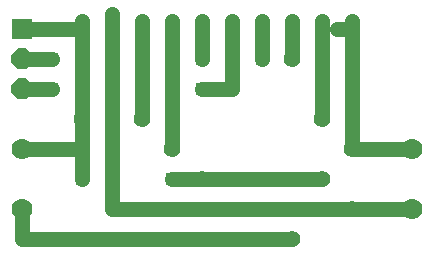
<source format=gbl>
G75*
%MOIN*%
%OFA0B0*%
%FSLAX25Y25*%
%IPPOS*%
%LPD*%
%AMOC8*
5,1,8,0,0,1.08239X$1,22.5*
%
%ADD10C,0.05543*%
%ADD11R,0.04756X0.04756*%
%ADD12C,0.05150*%
%ADD13OC8,0.07000*%
%ADD14R,0.07000X0.07000*%
%ADD15C,0.07000*%
%ADD16C,0.05000*%
%ADD17R,0.03962X0.03962*%
D10*
X0043200Y0044208D03*
X0043200Y0054208D03*
X0063200Y0054208D03*
X0073200Y0044208D03*
X0083200Y0034208D03*
X0113200Y0014208D03*
X0133200Y0024208D03*
X0123200Y0034208D03*
X0133200Y0044208D03*
X0123200Y0054208D03*
X0113200Y0074208D03*
D11*
X0083200Y0014208D03*
D12*
X0083200Y0081633D02*
X0083200Y0086783D01*
X0073200Y0086783D02*
X0073200Y0081633D01*
X0063200Y0081633D02*
X0063200Y0086783D01*
X0053200Y0086783D02*
X0053200Y0081633D01*
X0043200Y0081633D02*
X0043200Y0086783D01*
X0093200Y0086783D02*
X0093200Y0081633D01*
X0103200Y0081633D02*
X0103200Y0086783D01*
X0113200Y0086783D02*
X0113200Y0081633D01*
X0123200Y0081633D02*
X0123200Y0086783D01*
X0133200Y0086783D02*
X0133200Y0081633D01*
D13*
X0023200Y0074208D03*
X0023200Y0064208D03*
D14*
X0023200Y0084208D03*
D15*
X0023200Y0044208D03*
X0023200Y0024208D03*
X0153200Y0024208D03*
X0153200Y0044208D03*
D16*
X0023200Y0024208D02*
X0023200Y0014208D01*
X0083200Y0014208D01*
X0103200Y0014208D01*
X0113200Y0014208D01*
X0133200Y0024208D02*
X0153200Y0024208D01*
X0133200Y0024208D02*
X0053200Y0024208D01*
X0053200Y0084208D01*
X0053200Y0089208D01*
X0043200Y0084208D02*
X0043200Y0054208D01*
X0043200Y0044208D01*
X0043200Y0034208D01*
X0043200Y0044208D02*
X0023200Y0044208D01*
X0023200Y0064208D02*
X0033200Y0064208D01*
X0033200Y0074208D02*
X0023200Y0074208D01*
X0023200Y0084208D02*
X0043200Y0084208D01*
X0063200Y0084208D02*
X0063200Y0054208D01*
X0073200Y0044208D02*
X0073200Y0084208D01*
X0083200Y0084208D02*
X0083200Y0074208D01*
X0093200Y0069208D02*
X0093200Y0084208D01*
X0103200Y0084208D02*
X0103200Y0074208D01*
X0113200Y0074208D02*
X0113200Y0084208D01*
X0123200Y0084208D02*
X0123200Y0054208D01*
X0133200Y0044208D02*
X0133200Y0084208D01*
X0128200Y0084208D01*
X0093200Y0069208D02*
X0093200Y0064208D01*
X0083200Y0064208D01*
X0083200Y0034208D02*
X0073200Y0034208D01*
X0083200Y0034208D02*
X0123200Y0034208D01*
X0133200Y0044208D02*
X0153200Y0044208D01*
D17*
X0103200Y0014208D03*
X0073200Y0034208D03*
X0043200Y0034208D03*
X0033200Y0064208D03*
X0033200Y0074208D03*
X0083200Y0074208D03*
X0083200Y0064208D03*
X0103200Y0074208D03*
M02*

</source>
